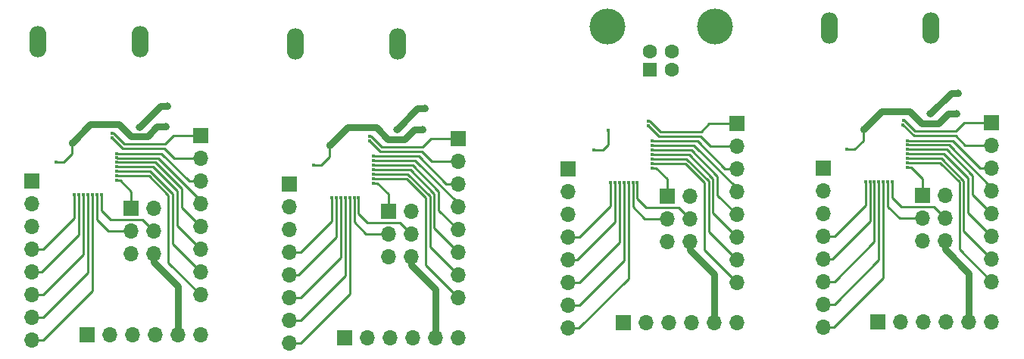
<source format=gbr>
%TF.GenerationSoftware,KiCad,Pcbnew,(6.0.5)*%
%TF.CreationDate,2023-04-25T20:10:58+03:00*%
%TF.ProjectId,AT90USB162,41543930-5553-4423-9136-322e6b696361,rev?*%
%TF.SameCoordinates,Original*%
%TF.FileFunction,Copper,L2,Bot*%
%TF.FilePolarity,Positive*%
%FSLAX46Y46*%
G04 Gerber Fmt 4.6, Leading zero omitted, Abs format (unit mm)*
G04 Created by KiCad (PCBNEW (6.0.5)) date 2023-04-25 20:10:58*
%MOMM*%
%LPD*%
G01*
G04 APERTURE LIST*
%TA.AperFunction,ComponentPad*%
%ADD10R,1.700000X1.700000*%
%TD*%
%TA.AperFunction,ComponentPad*%
%ADD11O,1.700000X1.700000*%
%TD*%
%TA.AperFunction,ComponentPad*%
%ADD12O,1.900000X3.500000*%
%TD*%
%TA.AperFunction,ComponentPad*%
%ADD13R,1.600000X1.600000*%
%TD*%
%TA.AperFunction,ComponentPad*%
%ADD14C,1.600000*%
%TD*%
%TA.AperFunction,ComponentPad*%
%ADD15C,4.000000*%
%TD*%
%TA.AperFunction,ViaPad*%
%ADD16C,0.400000*%
%TD*%
%TA.AperFunction,ViaPad*%
%ADD17C,0.800000*%
%TD*%
%TA.AperFunction,ViaPad*%
%ADD18C,0.750000*%
%TD*%
%TA.AperFunction,Conductor*%
%ADD19C,0.250000*%
%TD*%
%TA.AperFunction,Conductor*%
%ADD20C,0.750000*%
%TD*%
G04 APERTURE END LIST*
D10*
%TO.P,REF\u002A\u002A,1*%
%TO.N,N/C*%
X123794000Y-92897000D03*
D11*
%TO.P,REF\u002A\u002A,2*%
X123794000Y-95437000D03*
%TO.P,REF\u002A\u002A,3*%
X123794000Y-97977000D03*
%TO.P,REF\u002A\u002A,4*%
X123794000Y-100517000D03*
%TO.P,REF\u002A\u002A,5*%
X123794000Y-103057000D03*
%TO.P,REF\u002A\u002A,6*%
X123794000Y-105597000D03*
%TO.P,REF\u002A\u002A,7*%
X123794000Y-108137000D03*
%TO.P,REF\u002A\u002A,8*%
X123794000Y-110677000D03*
%TD*%
D10*
%TO.P,REF\u002A\u002A,1*%
%TO.N,N/C*%
X163400000Y-95875000D03*
D11*
%TO.P,REF\u002A\u002A,2*%
X165940000Y-95875000D03*
%TO.P,REF\u002A\u002A,3*%
X163400000Y-98415000D03*
%TO.P,REF\u002A\u002A,4*%
X165940000Y-98415000D03*
%TO.P,REF\u002A\u002A,5*%
X163400000Y-100955000D03*
%TO.P,REF\u002A\u002A,6*%
X165940000Y-100955000D03*
%TD*%
D12*
%TO.P,USB_0,5*%
%TO.N,N/C*%
X153000000Y-77206250D03*
X164400000Y-77206250D03*
%TD*%
D10*
%TO.P,REF\u002A\u002A,1*%
%TO.N,N/C*%
X171150000Y-87750000D03*
D11*
%TO.P,REF\u002A\u002A,2*%
X171150000Y-90290000D03*
%TO.P,REF\u002A\u002A,3*%
X171150000Y-92830000D03*
%TO.P,REF\u002A\u002A,4*%
X171150000Y-95370000D03*
%TO.P,REF\u002A\u002A,5*%
X171150000Y-97910000D03*
%TO.P,REF\u002A\u002A,6*%
X171150000Y-100450000D03*
%TO.P,REF\u002A\u002A,7*%
X171150000Y-102990000D03*
%TO.P,REF\u002A\u002A,8*%
X171150000Y-105530000D03*
%TD*%
D10*
%TO.P,REF\u002A\u002A,1*%
%TO.N,N/C*%
X82730000Y-89200000D03*
D11*
%TO.P,REF\u002A\u002A,2*%
X82730000Y-91740000D03*
%TO.P,REF\u002A\u002A,3*%
X82730000Y-94280000D03*
%TO.P,REF\u002A\u002A,4*%
X82730000Y-96820000D03*
%TO.P,REF\u002A\u002A,5*%
X82730000Y-99360000D03*
%TO.P,REF\u002A\u002A,6*%
X82730000Y-101900000D03*
%TO.P,REF\u002A\u002A,7*%
X82730000Y-104440000D03*
%TO.P,REF\u002A\u002A,8*%
X82730000Y-106980000D03*
%TD*%
D10*
%TO.P,REF\u002A\u002A,1*%
%TO.N,N/C*%
X103741500Y-97624500D03*
D11*
%TO.P,REF\u002A\u002A,2*%
X106281500Y-97624500D03*
%TO.P,REF\u002A\u002A,3*%
X103741500Y-100164500D03*
%TO.P,REF\u002A\u002A,4*%
X106281500Y-100164500D03*
%TO.P,REF\u002A\u002A,5*%
X103741500Y-102704500D03*
%TO.P,REF\u002A\u002A,6*%
X106281500Y-102704500D03*
%TD*%
D10*
%TO.P,REF\u002A\u002A,1*%
%TO.N,N/C*%
X92641500Y-94584500D03*
D11*
%TO.P,REF\u002A\u002A,2*%
X92641500Y-97124500D03*
%TO.P,REF\u002A\u002A,3*%
X92641500Y-99664500D03*
%TO.P,REF\u002A\u002A,4*%
X92641500Y-102204500D03*
%TO.P,REF\u002A\u002A,5*%
X92641500Y-104744500D03*
%TO.P,REF\u002A\u002A,6*%
X92641500Y-107284500D03*
%TO.P,REF\u002A\u002A,7*%
X92641500Y-109824500D03*
%TO.P,REF\u002A\u002A,8*%
X92641500Y-112364500D03*
%TD*%
D12*
%TO.P,USB_0,5*%
%TO.N,N/C*%
X64580000Y-78656250D03*
X75980000Y-78656250D03*
%TD*%
D10*
%TO.P,REF\u002A\u002A,1*%
%TO.N,N/C*%
X98816500Y-111799500D03*
D11*
%TO.P,REF\u002A\u002A,2*%
X101356500Y-111799500D03*
%TO.P,REF\u002A\u002A,3*%
X103896500Y-111799500D03*
%TO.P,REF\u002A\u002A,4*%
X106436500Y-111799500D03*
%TO.P,REF\u002A\u002A,5*%
X108976500Y-111799500D03*
%TO.P,REF\u002A\u002A,6*%
X111516500Y-111799500D03*
%TD*%
D10*
%TO.P,REF\u002A\u002A,1*%
%TO.N,N/C*%
X134894000Y-95937000D03*
D11*
%TO.P,REF\u002A\u002A,2*%
X137434000Y-95937000D03*
%TO.P,REF\u002A\u002A,3*%
X134894000Y-98477000D03*
%TO.P,REF\u002A\u002A,4*%
X137434000Y-98477000D03*
%TO.P,REF\u002A\u002A,5*%
X134894000Y-101017000D03*
%TO.P,REF\u002A\u002A,6*%
X137434000Y-101017000D03*
%TD*%
D10*
%TO.P,REF\u002A\u002A,1*%
%TO.N,N/C*%
X74980000Y-97325000D03*
D11*
%TO.P,REF\u002A\u002A,2*%
X77520000Y-97325000D03*
%TO.P,REF\u002A\u002A,3*%
X74980000Y-99865000D03*
%TO.P,REF\u002A\u002A,4*%
X77520000Y-99865000D03*
%TO.P,REF\u002A\u002A,5*%
X74980000Y-102405000D03*
%TO.P,REF\u002A\u002A,6*%
X77520000Y-102405000D03*
%TD*%
D10*
%TO.P,REF\u002A\u002A,1*%
%TO.N,N/C*%
X63880000Y-94285000D03*
D11*
%TO.P,REF\u002A\u002A,2*%
X63880000Y-96825000D03*
%TO.P,REF\u002A\u002A,3*%
X63880000Y-99365000D03*
%TO.P,REF\u002A\u002A,4*%
X63880000Y-101905000D03*
%TO.P,REF\u002A\u002A,5*%
X63880000Y-104445000D03*
%TO.P,REF\u002A\u002A,6*%
X63880000Y-106985000D03*
%TO.P,REF\u002A\u002A,7*%
X63880000Y-109525000D03*
%TO.P,REF\u002A\u002A,8*%
X63880000Y-112065000D03*
%TD*%
D13*
%TO.P,USB,1*%
%TO.N,N/C*%
X132944000Y-81837000D03*
D14*
%TO.P,USB,2*%
X135444000Y-81837000D03*
%TO.P,USB,3*%
X135444000Y-79837000D03*
%TO.P,USB,4*%
X132944000Y-79837000D03*
D15*
%TO.P,USB,5*%
X128194000Y-76977000D03*
X140194000Y-76977000D03*
%TD*%
D10*
%TO.P,REF\u002A\u002A,1*%
%TO.N,N/C*%
X158475000Y-110050000D03*
D11*
%TO.P,REF\u002A\u002A,2*%
X161015000Y-110050000D03*
%TO.P,REF\u002A\u002A,3*%
X163555000Y-110050000D03*
%TO.P,REF\u002A\u002A,4*%
X166095000Y-110050000D03*
%TO.P,REF\u002A\u002A,5*%
X168635000Y-110050000D03*
%TO.P,REF\u002A\u002A,6*%
X171175000Y-110050000D03*
%TD*%
D10*
%TO.P,REF\u002A\u002A,1*%
%TO.N,N/C*%
X111491500Y-89499500D03*
D11*
%TO.P,REF\u002A\u002A,2*%
X111491500Y-92039500D03*
%TO.P,REF\u002A\u002A,3*%
X111491500Y-94579500D03*
%TO.P,REF\u002A\u002A,4*%
X111491500Y-97119500D03*
%TO.P,REF\u002A\u002A,5*%
X111491500Y-99659500D03*
%TO.P,REF\u002A\u002A,6*%
X111491500Y-102199500D03*
%TO.P,REF\u002A\u002A,7*%
X111491500Y-104739500D03*
%TO.P,REF\u002A\u002A,8*%
X111491500Y-107279500D03*
%TD*%
D10*
%TO.P,REF\u002A\u002A,1*%
%TO.N,N/C*%
X152300000Y-92835000D03*
D11*
%TO.P,REF\u002A\u002A,2*%
X152300000Y-95375000D03*
%TO.P,REF\u002A\u002A,3*%
X152300000Y-97915000D03*
%TO.P,REF\u002A\u002A,4*%
X152300000Y-100455000D03*
%TO.P,REF\u002A\u002A,5*%
X152300000Y-102995000D03*
%TO.P,REF\u002A\u002A,6*%
X152300000Y-105535000D03*
%TO.P,REF\u002A\u002A,7*%
X152300000Y-108075000D03*
%TO.P,REF\u002A\u002A,8*%
X152300000Y-110615000D03*
%TD*%
D12*
%TO.P,USB_0,5*%
%TO.N,N/C*%
X104741500Y-78955750D03*
X93341500Y-78955750D03*
%TD*%
D10*
%TO.P,REF\u002A\u002A,1*%
%TO.N,N/C*%
X70055000Y-111500000D03*
D11*
%TO.P,REF\u002A\u002A,2*%
X72595000Y-111500000D03*
%TO.P,REF\u002A\u002A,3*%
X75135000Y-111500000D03*
%TO.P,REF\u002A\u002A,4*%
X77675000Y-111500000D03*
%TO.P,REF\u002A\u002A,5*%
X80215000Y-111500000D03*
%TO.P,REF\u002A\u002A,6*%
X82755000Y-111500000D03*
%TD*%
D10*
%TO.P,REF\u002A\u002A,1*%
%TO.N,N/C*%
X129969000Y-110112000D03*
D11*
%TO.P,REF\u002A\u002A,2*%
X132509000Y-110112000D03*
%TO.P,REF\u002A\u002A,3*%
X135049000Y-110112000D03*
%TO.P,REF\u002A\u002A,4*%
X137589000Y-110112000D03*
%TO.P,REF\u002A\u002A,5*%
X140129000Y-110112000D03*
%TO.P,REF\u002A\u002A,6*%
X142669000Y-110112000D03*
%TD*%
D10*
%TO.P,REF\u002A\u002A,1*%
%TO.N,N/C*%
X142644000Y-87812000D03*
D11*
%TO.P,REF\u002A\u002A,2*%
X142644000Y-90352000D03*
%TO.P,REF\u002A\u002A,3*%
X142644000Y-92892000D03*
%TO.P,REF\u002A\u002A,4*%
X142644000Y-95432000D03*
%TO.P,REF\u002A\u002A,5*%
X142644000Y-97972000D03*
%TO.P,REF\u002A\u002A,6*%
X142644000Y-100512000D03*
%TO.P,REF\u002A\u002A,7*%
X142644000Y-103052000D03*
%TO.P,REF\u002A\u002A,8*%
X142644000Y-105592000D03*
%TD*%
D16*
%TO.N,*%
X160050000Y-94350000D03*
D17*
X107577750Y-88500750D03*
D16*
X161275000Y-87500000D03*
X102068612Y-92499500D03*
X70130000Y-95800000D03*
X158050000Y-94350000D03*
X161727112Y-92750000D03*
X159050000Y-94350000D03*
X95341500Y-92499500D03*
X161725000Y-89749317D03*
X133221112Y-90287000D03*
X101591500Y-89749500D03*
X66580000Y-92200000D03*
X158550000Y-94350000D03*
X133221112Y-90812000D03*
D17*
X79030000Y-85865000D03*
X164286250Y-86776250D03*
D16*
X161727112Y-90750000D03*
X71130000Y-95800000D03*
X70630000Y-95800000D03*
D17*
X104627750Y-88525750D03*
D16*
X130044000Y-94412000D03*
X133221112Y-91812000D03*
D17*
X107791500Y-86164500D03*
D16*
X157050000Y-94350000D03*
X132744000Y-88062000D03*
X72855000Y-88950000D03*
X157550000Y-94350000D03*
D17*
X75866250Y-88226250D03*
D16*
X102068612Y-93499500D03*
X98891500Y-96099500D03*
X101616500Y-89249500D03*
D17*
X78816250Y-88201250D03*
X167450000Y-84415000D03*
D16*
X133221112Y-91312000D03*
X102068612Y-92999500D03*
X73307112Y-94200000D03*
X159550000Y-94350000D03*
X131044000Y-94412000D03*
X132769000Y-87562000D03*
X71630000Y-95800000D03*
X73307112Y-91675000D03*
X97891500Y-96099500D03*
X102068612Y-94499500D03*
X73307112Y-93200000D03*
X99391500Y-96099500D03*
D17*
X167236250Y-86751250D03*
D18*
X68380000Y-90000000D03*
D16*
X73305000Y-91199317D03*
X133219000Y-89811317D03*
D18*
X156800000Y-88550000D03*
D16*
X161727112Y-90225000D03*
X129044000Y-94412000D03*
X98391500Y-96099500D03*
X69630000Y-95800000D03*
X155000000Y-90750000D03*
X161727112Y-91750000D03*
X131544000Y-94412000D03*
X102066500Y-91498817D03*
X133221112Y-92812000D03*
X133221112Y-92312000D03*
X102068612Y-93999500D03*
X129544000Y-94412000D03*
X100391500Y-96099500D03*
X69130000Y-95800000D03*
D18*
X97141500Y-90299500D03*
D16*
X73307112Y-93700000D03*
X130544000Y-94412000D03*
X161727112Y-91250000D03*
X97391500Y-96099500D03*
X73307112Y-92200000D03*
X128294000Y-88612000D03*
X161727112Y-92250000D03*
X161250000Y-88000000D03*
X99891500Y-96099500D03*
X102068612Y-91974500D03*
X68630000Y-95800000D03*
X72830000Y-89450000D03*
X126669000Y-90812000D03*
X73307112Y-92700000D03*
X128544000Y-94412000D03*
%TD*%
D19*
%TO.N,*%
X161752112Y-90250000D02*
X166400000Y-90250000D01*
D20*
X108976500Y-106359500D02*
X108976500Y-111799500D01*
D19*
X162150000Y-92750000D02*
X163400000Y-94000000D01*
X161725000Y-89749317D02*
X161725683Y-89750000D01*
X136169000Y-97212000D02*
X137434000Y-98477000D01*
X77680000Y-92200000D02*
X80605000Y-95125000D01*
X153570000Y-100455000D02*
X152300000Y-100455000D01*
D20*
X105541500Y-89589500D02*
X103691500Y-89589500D01*
D19*
X73307112Y-93200000D02*
X77105000Y-93200000D01*
X133246112Y-90312000D02*
X137894000Y-90312000D01*
X136894000Y-92312000D02*
X139044000Y-94462000D01*
D20*
X74930000Y-89290000D02*
X73605000Y-87965000D01*
D19*
X102068612Y-93999500D02*
X105741500Y-93999500D01*
X128544000Y-94412000D02*
X128544000Y-97037000D01*
X109366500Y-97534500D02*
X111491500Y-99659500D01*
X167112500Y-89212500D02*
X168190000Y-90290000D01*
D20*
X99176500Y-88264500D02*
X97141500Y-90299500D01*
D19*
X78755000Y-90125000D02*
X79680000Y-89200000D01*
D20*
X140129000Y-104672000D02*
X140129000Y-110112000D01*
D19*
X169025000Y-93675000D02*
X169025000Y-95785000D01*
X125069000Y-108137000D02*
X123794000Y-108137000D01*
X72630000Y-98600000D02*
X76255000Y-98600000D01*
X128544000Y-97037000D02*
X125064000Y-100517000D01*
X161725683Y-89750000D02*
X166775000Y-89750000D01*
X105741500Y-93999500D02*
X107891500Y-96149500D01*
D20*
X162025000Y-86515000D02*
X158835000Y-86515000D01*
D19*
X157050000Y-94350000D02*
X157050000Y-96975000D01*
D20*
X77520000Y-103365000D02*
X80215000Y-106060000D01*
X106281500Y-103664500D02*
X108976500Y-106359500D01*
D19*
X167550000Y-101930000D02*
X171150000Y-105530000D01*
X160050000Y-94350000D02*
X160050000Y-96150000D01*
X163390000Y-98425000D02*
X163400000Y-98415000D01*
X140519000Y-95847000D02*
X142644000Y-97972000D01*
X81435000Y-94280000D02*
X82730000Y-94280000D01*
X133219000Y-89811317D02*
X133219683Y-89812000D01*
X162600000Y-88675000D02*
X167175000Y-88675000D01*
D20*
X165940000Y-100955000D02*
X165940000Y-101915000D01*
D19*
X108531500Y-92039500D02*
X111491500Y-92039500D01*
X137894000Y-90312000D02*
X142644000Y-95062000D01*
X133221112Y-91812000D02*
X137019000Y-91812000D01*
D20*
X163350000Y-87840000D02*
X162025000Y-86515000D01*
D19*
X161050000Y-97150000D02*
X164675000Y-97150000D01*
X74180000Y-90125000D02*
X78755000Y-90125000D01*
X157550000Y-94350000D02*
X157550000Y-98800000D01*
D20*
X167236250Y-86751250D02*
X166288750Y-86751250D01*
D19*
X157050000Y-96975000D02*
X153570000Y-100455000D01*
X133221112Y-92312000D02*
X136894000Y-92312000D01*
X107116500Y-91499500D02*
X110196500Y-94579500D01*
X79605000Y-101315000D02*
X82730000Y-104440000D01*
X139594000Y-87812000D02*
X142644000Y-87812000D01*
X80080000Y-99250000D02*
X82730000Y-101900000D01*
X73305683Y-91200000D02*
X78355000Y-91200000D01*
X160850000Y-98425000D02*
X163390000Y-98425000D01*
X76255000Y-98600000D02*
X77520000Y-99865000D01*
D20*
X77868750Y-88201250D02*
X76780000Y-89290000D01*
D19*
X166400000Y-90250000D02*
X171150000Y-95000000D01*
X71130000Y-95800000D02*
X71130000Y-98575000D01*
X131544000Y-96212000D02*
X132544000Y-97212000D01*
X65155000Y-109525000D02*
X63880000Y-109525000D01*
X156800000Y-89800000D02*
X156800000Y-88550000D01*
D20*
X73605000Y-87965000D02*
X70415000Y-87965000D01*
D19*
X133221112Y-92812000D02*
X133644000Y-92812000D01*
X99391500Y-106849500D02*
X93876500Y-112364500D01*
X162462500Y-89212500D02*
X167112500Y-89212500D01*
X100391500Y-96099500D02*
X100391500Y-97899500D01*
X134094000Y-88737000D02*
X138669000Y-88737000D01*
X102093612Y-91999500D02*
X106741500Y-91999500D01*
D20*
X103691500Y-89589500D02*
X102366500Y-88264500D01*
D19*
X130544000Y-94412000D02*
X130544000Y-105162000D01*
X161275000Y-87500000D02*
X161425000Y-87500000D01*
X161727112Y-92750000D02*
X162150000Y-92750000D01*
X103741500Y-95749500D02*
X103741500Y-97624500D01*
X82730000Y-96450000D02*
X82730000Y-96820000D01*
X80080000Y-95375000D02*
X80080000Y-99250000D01*
X139519000Y-94312000D02*
X139519000Y-99927000D01*
X101191500Y-100174500D02*
X103731500Y-100174500D01*
X97891500Y-100549500D02*
X93696500Y-104744500D01*
X160050000Y-96150000D02*
X161050000Y-97150000D01*
X102068612Y-92999500D02*
X106166500Y-92999500D01*
D20*
X104627750Y-88525750D02*
X106989000Y-86164500D01*
D19*
X139044000Y-94462000D02*
X139044000Y-101992000D01*
D20*
X165940000Y-101915000D02*
X168635000Y-104610000D01*
D19*
X161425000Y-87500000D02*
X162600000Y-88675000D01*
X132344000Y-98487000D02*
X134884000Y-98487000D01*
X98391500Y-96099500D02*
X98391500Y-102824500D01*
X158050000Y-101075000D02*
X153590000Y-105535000D01*
X169855000Y-92830000D02*
X171150000Y-92830000D01*
X96191500Y-92499500D02*
X97141500Y-91549500D01*
X74980000Y-95450000D02*
X74980000Y-97325000D01*
X73305000Y-91199317D02*
X73305683Y-91200000D01*
X73730000Y-94200000D02*
X74980000Y-95450000D01*
X97891500Y-96099500D02*
X97891500Y-100549500D01*
X80605000Y-95125000D02*
X80605000Y-97235000D01*
X79130000Y-103380000D02*
X82730000Y-106980000D01*
X166775000Y-89750000D02*
X169855000Y-92830000D01*
X69630000Y-102525000D02*
X65170000Y-106985000D01*
X168500000Y-93925000D02*
X168500000Y-97800000D01*
D20*
X106989000Y-86164500D02*
X107791500Y-86164500D01*
D19*
X73307112Y-92700000D02*
X77405000Y-92700000D01*
X155000000Y-90750000D02*
X155850000Y-90750000D01*
X134894000Y-94062000D02*
X134894000Y-95937000D01*
X159050000Y-94350000D02*
X159050000Y-105100000D01*
X133221112Y-90812000D02*
X137594000Y-90812000D01*
X139994000Y-93987000D02*
X139994000Y-97862000D01*
X73307112Y-91675000D02*
X73332112Y-91700000D01*
X99391500Y-96099500D02*
X99391500Y-106849500D01*
X127694000Y-90812000D02*
X126669000Y-90812000D01*
X93911500Y-102204500D02*
X92641500Y-102204500D01*
X69130000Y-100250000D02*
X64935000Y-104445000D01*
X129544000Y-94412000D02*
X129544000Y-101137000D01*
X132544000Y-97212000D02*
X136169000Y-97212000D01*
X139519000Y-99927000D02*
X142644000Y-103052000D01*
X125084000Y-105597000D02*
X123794000Y-105597000D01*
X67430000Y-92200000D02*
X68380000Y-91250000D01*
X165825000Y-91250000D02*
X168500000Y-93925000D01*
X71630000Y-97600000D02*
X72630000Y-98600000D01*
X168100000Y-87750000D02*
X171150000Y-87750000D01*
X125064000Y-100517000D02*
X123794000Y-100517000D01*
X98891500Y-96099500D02*
X98891500Y-104849500D01*
X109366500Y-95424500D02*
X109366500Y-97534500D01*
X128294000Y-90212000D02*
X127694000Y-90812000D01*
X165400000Y-92250000D02*
X167550000Y-94400000D01*
X130044000Y-94412000D02*
X130044000Y-103162000D01*
D20*
X78227500Y-85865000D02*
X79030000Y-85865000D01*
D19*
X139684000Y-90352000D02*
X142644000Y-90352000D01*
X107516500Y-90424500D02*
X108441500Y-89499500D01*
X93931500Y-107284500D02*
X92641500Y-107284500D01*
X164675000Y-97150000D02*
X165940000Y-98415000D01*
X105866500Y-93499500D02*
X108366500Y-95999500D01*
X129544000Y-101137000D02*
X125084000Y-105597000D01*
X69130000Y-95800000D02*
X69130000Y-100250000D01*
X129044000Y-94412000D02*
X129044000Y-98862000D01*
X168025000Y-94250000D02*
X168025000Y-99865000D01*
X107454000Y-90962000D02*
X108531500Y-92039500D01*
X141349000Y-92892000D02*
X142644000Y-92892000D01*
X108841500Y-95674500D02*
X108841500Y-99549500D01*
X78355000Y-91200000D02*
X81435000Y-94280000D01*
X142644000Y-95062000D02*
X142644000Y-95432000D01*
X140519000Y-93737000D02*
X140519000Y-95847000D01*
X101616500Y-89249500D02*
X101766500Y-89249500D01*
D20*
X165200000Y-87840000D02*
X163350000Y-87840000D01*
D19*
X65170000Y-106985000D02*
X63880000Y-106985000D01*
X159550000Y-94350000D02*
X159550000Y-97125000D01*
X68630000Y-98425000D02*
X65150000Y-101905000D01*
X137019000Y-91812000D02*
X139519000Y-94312000D01*
X106441500Y-92499500D02*
X109366500Y-95424500D01*
X69630000Y-95800000D02*
X69630000Y-102525000D01*
X101766500Y-89249500D02*
X102941500Y-90424500D01*
D20*
X137434000Y-101017000D02*
X137434000Y-101977000D01*
X70415000Y-87965000D02*
X68380000Y-90000000D01*
X107577750Y-88500750D02*
X106630250Y-88500750D01*
D19*
X79770000Y-91740000D02*
X82730000Y-91740000D01*
X74970000Y-99875000D02*
X74980000Y-99865000D01*
X159050000Y-105100000D02*
X153535000Y-110615000D01*
X102804000Y-90962000D02*
X107454000Y-90962000D01*
X139044000Y-101992000D02*
X142644000Y-105592000D01*
X103731500Y-100174500D02*
X103741500Y-100164500D01*
X98891500Y-104849500D02*
X93916500Y-109824500D01*
D20*
X102366500Y-88264500D02*
X99176500Y-88264500D01*
D19*
X125029000Y-110677000D02*
X123794000Y-110677000D01*
X74042500Y-90662500D02*
X78692500Y-90662500D01*
X137594000Y-90812000D02*
X140519000Y-93737000D01*
X161727112Y-90225000D02*
X161752112Y-90250000D01*
X102491500Y-94499500D02*
X103741500Y-95749500D01*
X102068612Y-93499500D02*
X105866500Y-93499500D01*
X68380000Y-91250000D02*
X68380000Y-90000000D01*
X72430000Y-99875000D02*
X74970000Y-99875000D01*
X72830000Y-89450000D02*
X74042500Y-90662500D01*
X78692500Y-90662500D02*
X79770000Y-91740000D01*
X134884000Y-98487000D02*
X134894000Y-98477000D01*
X166100000Y-90750000D02*
X169025000Y-93675000D01*
X101391500Y-98899500D02*
X105016500Y-98899500D01*
X107891500Y-96149500D02*
X107891500Y-103679500D01*
X64935000Y-104445000D02*
X63880000Y-104445000D01*
X130544000Y-105162000D02*
X125029000Y-110677000D01*
X99891500Y-98874500D02*
X101191500Y-100174500D01*
X131044000Y-97187000D02*
X132344000Y-98487000D01*
X153535000Y-110615000D02*
X152300000Y-110615000D01*
X99891500Y-96099500D02*
X99891500Y-98874500D01*
X168500000Y-97800000D02*
X171150000Y-100450000D01*
X133221112Y-91312000D02*
X137319000Y-91312000D01*
X159550000Y-97125000D02*
X160850000Y-98425000D01*
D20*
X77520000Y-102405000D02*
X77520000Y-103365000D01*
D19*
X153575000Y-108075000D02*
X152300000Y-108075000D01*
X167550000Y-94400000D02*
X167550000Y-101930000D01*
X80605000Y-97235000D02*
X82730000Y-99360000D01*
X138669000Y-88737000D02*
X139594000Y-87812000D01*
D20*
X80215000Y-106060000D02*
X80215000Y-111500000D01*
D19*
X139994000Y-97862000D02*
X142644000Y-100512000D01*
X72855000Y-88950000D02*
X73005000Y-88950000D01*
X158550000Y-103100000D02*
X153575000Y-108075000D01*
X102068612Y-94499500D02*
X102491500Y-94499500D01*
X101591500Y-89749500D02*
X102804000Y-90962000D01*
X138269000Y-89812000D02*
X141349000Y-92892000D01*
X107891500Y-103679500D02*
X111491500Y-107279500D01*
X102941500Y-90424500D02*
X107516500Y-90424500D01*
X70130000Y-104550000D02*
X65155000Y-109525000D01*
X130044000Y-103162000D02*
X125069000Y-108137000D01*
X79680000Y-89200000D02*
X82730000Y-89200000D01*
X97391500Y-98724500D02*
X93911500Y-102204500D01*
X102067183Y-91499500D02*
X107116500Y-91499500D01*
D20*
X106630250Y-88500750D02*
X105541500Y-89589500D01*
D19*
X76980000Y-93700000D02*
X79130000Y-95850000D01*
X167175000Y-88675000D02*
X168100000Y-87750000D01*
X102066500Y-91498817D02*
X102067183Y-91499500D01*
X73307112Y-94200000D02*
X73730000Y-94200000D01*
X153355000Y-102995000D02*
X152300000Y-102995000D01*
X161727112Y-92250000D02*
X165400000Y-92250000D01*
X137319000Y-91312000D02*
X139994000Y-93987000D01*
X70630000Y-106550000D02*
X65115000Y-112065000D01*
X133219683Y-89812000D02*
X138269000Y-89812000D01*
X158050000Y-94350000D02*
X158050000Y-101075000D01*
X108841500Y-99549500D02*
X111491500Y-102199500D01*
X73332112Y-91700000D02*
X77980000Y-91700000D01*
X138606500Y-89274500D02*
X139684000Y-90352000D01*
X70130000Y-95800000D02*
X70130000Y-104550000D01*
D20*
X166647500Y-84415000D02*
X167450000Y-84415000D01*
D19*
X65150000Y-101905000D02*
X63880000Y-101905000D01*
D20*
X76780000Y-89290000D02*
X74930000Y-89290000D01*
D19*
X95341500Y-92499500D02*
X96191500Y-92499500D01*
X161250000Y-88000000D02*
X162462500Y-89212500D01*
X129044000Y-98862000D02*
X124849000Y-103057000D01*
D20*
X75866250Y-88226250D02*
X78227500Y-85865000D01*
D19*
X102068612Y-92499500D02*
X106441500Y-92499500D01*
D20*
X168635000Y-104610000D02*
X168635000Y-110050000D01*
D19*
X161727112Y-91750000D02*
X165525000Y-91750000D01*
X93876500Y-112364500D02*
X92641500Y-112364500D01*
X108366500Y-101614500D02*
X111491500Y-104739500D01*
X124849000Y-103057000D02*
X123794000Y-103057000D01*
X93696500Y-104744500D02*
X92641500Y-104744500D01*
X163400000Y-94000000D02*
X163400000Y-95875000D01*
X133221112Y-90287000D02*
X133246112Y-90312000D01*
X105016500Y-98899500D02*
X106281500Y-100164500D01*
X73307112Y-93700000D02*
X76980000Y-93700000D01*
X110196500Y-94579500D02*
X111491500Y-94579500D01*
X161727112Y-91250000D02*
X165825000Y-91250000D01*
D20*
X166288750Y-86751250D02*
X165200000Y-87840000D01*
D19*
X97141500Y-91549500D02*
X97141500Y-90299500D01*
X77405000Y-92700000D02*
X80080000Y-95375000D01*
X73307112Y-92200000D02*
X77680000Y-92200000D01*
D20*
X158835000Y-86515000D02*
X156800000Y-88550000D01*
D19*
X79605000Y-95700000D02*
X79605000Y-101315000D01*
X131044000Y-94412000D02*
X131044000Y-97187000D01*
X93916500Y-109824500D02*
X92641500Y-109824500D01*
X133644000Y-92812000D02*
X134894000Y-94062000D01*
X157550000Y-98800000D02*
X153355000Y-102995000D01*
X71630000Y-95800000D02*
X71630000Y-97600000D01*
X132769000Y-87562000D02*
X132919000Y-87562000D01*
X169025000Y-95785000D02*
X171150000Y-97910000D01*
X70630000Y-95800000D02*
X70630000Y-106550000D01*
X132744000Y-88062000D02*
X133956500Y-89274500D01*
X161727112Y-90750000D02*
X166100000Y-90750000D01*
X97391500Y-96099500D02*
X97391500Y-98724500D01*
D20*
X164286250Y-86776250D02*
X166647500Y-84415000D01*
D19*
X100391500Y-97899500D02*
X101391500Y-98899500D01*
D20*
X137434000Y-101977000D02*
X140129000Y-104672000D01*
X78816250Y-88201250D02*
X77868750Y-88201250D01*
D19*
X111491500Y-96749500D02*
X111491500Y-97119500D01*
X108441500Y-89499500D02*
X111491500Y-89499500D01*
X155850000Y-90750000D02*
X156800000Y-89800000D01*
X128294000Y-88612000D02*
X128294000Y-90212000D01*
D20*
X106281500Y-102704500D02*
X106281500Y-103664500D01*
D19*
X108366500Y-95999500D02*
X108366500Y-101614500D01*
X71130000Y-98575000D02*
X72430000Y-99875000D01*
X133956500Y-89274500D02*
X138606500Y-89274500D01*
X171150000Y-95000000D02*
X171150000Y-95370000D01*
X65115000Y-112065000D02*
X63880000Y-112065000D01*
X66580000Y-92200000D02*
X67430000Y-92200000D01*
X106166500Y-92999500D02*
X108841500Y-95674500D01*
X153590000Y-105535000D02*
X152300000Y-105535000D01*
X98391500Y-102824500D02*
X93931500Y-107284500D01*
X168190000Y-90290000D02*
X171150000Y-90290000D01*
X131544000Y-94412000D02*
X131544000Y-96212000D01*
X168025000Y-99865000D02*
X171150000Y-102990000D01*
X132919000Y-87562000D02*
X134094000Y-88737000D01*
X79130000Y-95850000D02*
X79130000Y-103380000D01*
X106741500Y-91999500D02*
X111491500Y-96749500D01*
X158550000Y-94350000D02*
X158550000Y-103100000D01*
X102068612Y-91974500D02*
X102093612Y-91999500D01*
X73005000Y-88950000D02*
X74180000Y-90125000D01*
X68630000Y-95800000D02*
X68630000Y-98425000D01*
X165525000Y-91750000D02*
X168025000Y-94250000D01*
X77980000Y-91700000D02*
X82730000Y-96450000D01*
X77105000Y-93200000D02*
X79605000Y-95700000D01*
%TD*%
M02*

</source>
